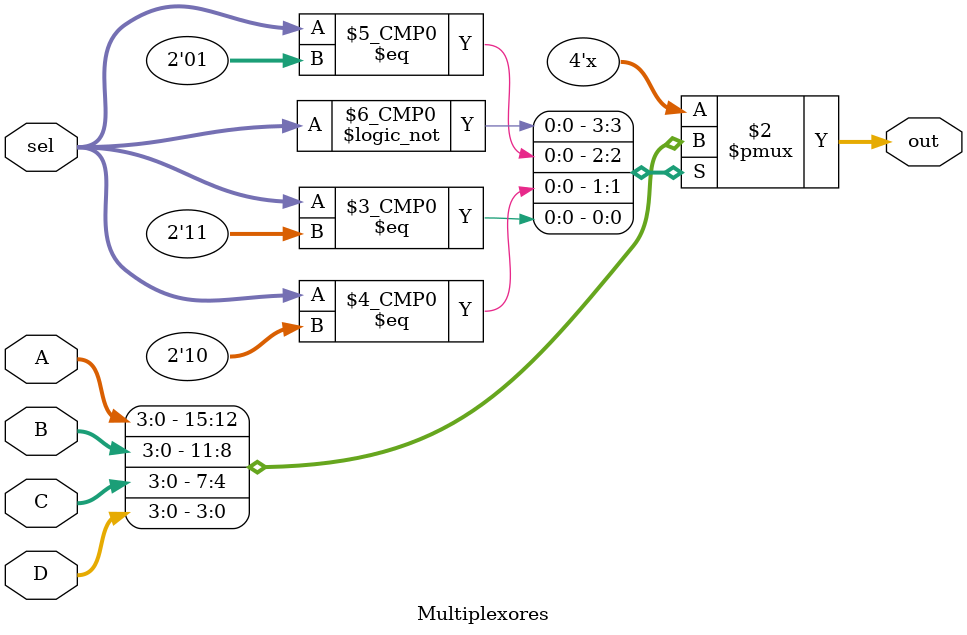
<source format=sv>
module Multiplexores(
    input [3:0] A,B,C,D, 
    input [1:0] sel,
    output reg [3:0] out
    );
    
    always @ (A,B,C,D,sel) begin
        case(sel)
           2'b00   :   out=A;
           2'b01   :   out=B;
           2'b10   :   out=C;
           2'b11   :   out=D;
           default :   out=x;
        endcase
    end
endmodule

</source>
